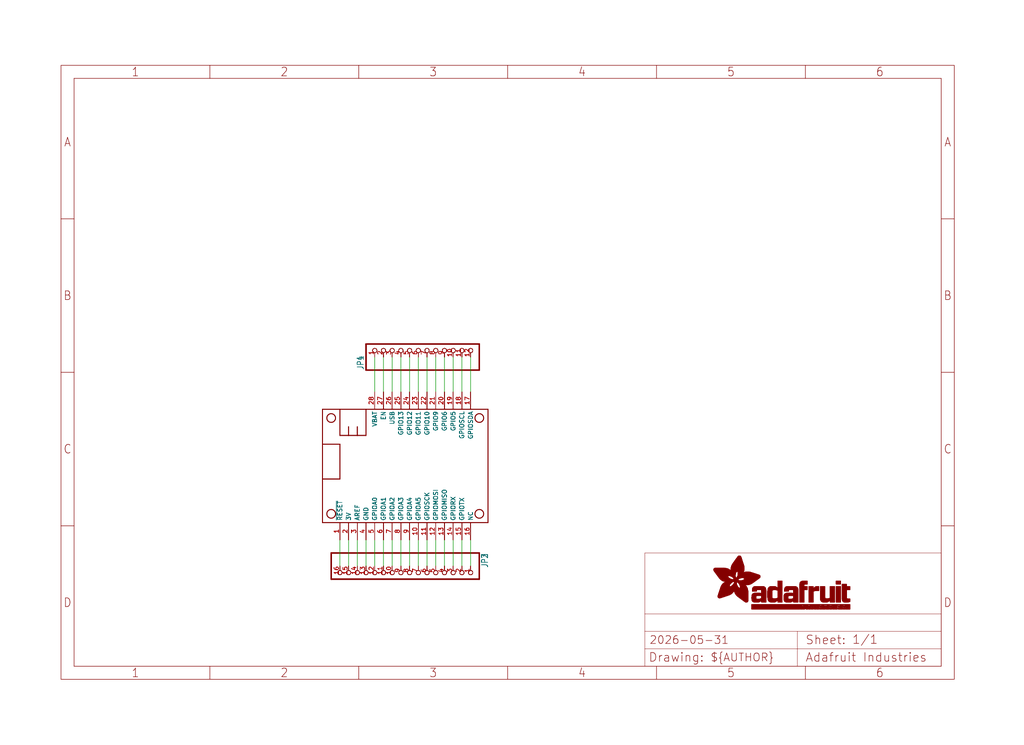
<source format=kicad_sch>
(kicad_sch (version 20230121) (generator eeschema)
  (paper "User" 298.45 217.322)
  (lib_symbols
    (symbol "working-eagle-import:FEATHERWING_NODIM"
      (symbol "FEATHERWING_NODIM_1_0"
        (pin input line (at 5.08 -5.08 90) (length 5.08) (name "~{RESET}") (number "1"))
        (pin bidirectional line (at 27.94 -5.08 90) (length 5.08) (name "GPIOA5") (number "10"))
        (pin bidirectional line (at 30.48 -5.08 90) (length 5.08) (name "GPIOSCK") (number "11"))
        (pin bidirectional line (at 33.02 -5.08 90) (length 5.08) (name "GPIOMOSI") (number "12"))
        (pin bidirectional line (at 35.56 -5.08 90) (length 5.08) (name "GPIOMISO") (number "13"))
        (pin bidirectional line (at 38.1 -5.08 90) (length 5.08) (name "GPIORX") (number "14"))
        (pin bidirectional line (at 40.64 -5.08 90) (length 5.08) (name "GPIOTX") (number "15"))
        (pin passive line (at 43.18 -5.08 90) (length 5.08) (name "NC") (number "16"))
        (pin bidirectional line (at 43.18 38.1 270) (length 5.08) (name "GPIOSDA") (number "17"))
        (pin bidirectional line (at 40.64 38.1 270) (length 5.08) (name "GPIOSCL") (number "18"))
        (pin bidirectional line (at 38.1 38.1 270) (length 5.08) (name "GPIO5") (number "19"))
        (pin power_in line (at 7.62 -5.08 90) (length 5.08) (name "3V") (number "2"))
        (pin bidirectional line (at 35.56 38.1 270) (length 5.08) (name "GPIO6") (number "20"))
        (pin bidirectional line (at 33.02 38.1 270) (length 5.08) (name "GPIO9") (number "21"))
        (pin bidirectional line (at 30.48 38.1 270) (length 5.08) (name "GPIO10") (number "22"))
        (pin bidirectional line (at 27.94 38.1 270) (length 5.08) (name "GPIO11") (number "23"))
        (pin bidirectional line (at 25.4 38.1 270) (length 5.08) (name "GPIO12") (number "24"))
        (pin bidirectional line (at 22.86 38.1 270) (length 5.08) (name "GPIO13") (number "25"))
        (pin power_in line (at 20.32 38.1 270) (length 5.08) (name "USB") (number "26"))
        (pin passive line (at 17.78 38.1 270) (length 5.08) (name "EN") (number "27"))
        (pin power_in line (at 15.24 38.1 270) (length 5.08) (name "VBAT") (number "28"))
        (pin passive line (at 10.16 -5.08 90) (length 5.08) (name "AREF") (number "3"))
        (pin power_in line (at 12.7 -5.08 90) (length 5.08) (name "GND") (number "4"))
        (pin bidirectional line (at 15.24 -5.08 90) (length 5.08) (name "GPIOA0") (number "5"))
        (pin bidirectional line (at 17.78 -5.08 90) (length 5.08) (name "GPIOA1") (number "6"))
        (pin bidirectional line (at 20.32 -5.08 90) (length 5.08) (name "GPIOA2") (number "7"))
        (pin bidirectional line (at 22.86 -5.08 90) (length 5.08) (name "GPIOA3") (number "8"))
        (pin bidirectional line (at 25.4 -5.08 90) (length 5.08) (name "GPIOA4") (number "9"))
      )
    )
    (symbol "working-eagle-import:FRAME_A4_ADAFRUIT"
      (symbol "FRAME_A4_ADAFRUIT_1_0"
        (text "${#}/${##}" (at 230.505 10.16 0) (effects (font (size 2.54 2.54)) (justify left bottom)))
        (text "${AUTHOR}" (at 189.23 5.08 0) (effects (font (size 2.286 2.286)) (justify left bottom)))
        (text "${CURRENT_DATE}" (at 171.45 10.16 0) (effects (font (size 2.286 2.286)) (justify left bottom)))
        (text "${PROJECTNAME}" (at 171.45 15.24 0) (effects (font (size 2.54 2.54)) (justify left bottom)))
        (text "1" (at 21.6958 1.905 0) (effects (font (size 2.54 2.286))))
        (text "1" (at 21.6958 177.165 0) (effects (font (size 2.54 2.286))))
        (text "2" (at 65.0875 1.905 0) (effects (font (size 2.54 2.286))))
        (text "2" (at 65.0875 177.165 0) (effects (font (size 2.54 2.286))))
        (text "3" (at 108.4792 1.905 0) (effects (font (size 2.54 2.286))))
        (text "3" (at 108.4792 177.165 0) (effects (font (size 2.54 2.286))))
        (text "4" (at 151.8708 1.905 0) (effects (font (size 2.54 2.286))))
        (text "4" (at 151.8708 177.165 0) (effects (font (size 2.54 2.286))))
        (text "5" (at 195.2625 1.905 0) (effects (font (size 2.54 2.286))))
        (text "5" (at 195.2625 177.165 0) (effects (font (size 2.54 2.286))))
        (text "6" (at 238.6542 1.905 0) (effects (font (size 2.54 2.286))))
        (text "6" (at 238.6542 177.165 0) (effects (font (size 2.54 2.286))))
        (text "A" (at 1.905 156.6863 0) (effects (font (size 2.54 2.286))))
        (text "A" (at 258.445 156.6863 0) (effects (font (size 2.54 2.286))))
        (text "Adafruit Industries" (at 216.916 4.953 0) (effects (font (size 2.54 2.54)) (justify left bottom)))
        (text "B" (at 1.905 111.9188 0) (effects (font (size 2.54 2.286))))
        (text "B" (at 258.445 111.9188 0) (effects (font (size 2.54 2.286))))
        (text "C" (at 1.905 67.1513 0) (effects (font (size 2.54 2.286))))
        (text "C" (at 258.445 67.1513 0) (effects (font (size 2.54 2.286))))
        (text "D" (at 1.905 22.3838 0) (effects (font (size 2.54 2.286))))
        (text "D" (at 258.445 22.3838 0) (effects (font (size 2.54 2.286))))
        (text "Drawing:" (at 171.196 4.953 0) (effects (font (size 2.54 2.54)) (justify left bottom)))
        (text "Sheet:" (at 216.916 10.033 0) (effects (font (size 2.54 2.54)) (justify left bottom)))
      )
    )
    (symbol "working-eagle-import:HEADER-1X1276MIL"
      (property "Reference" "JP" (at -6.35 18.415 0))
      (symbol "HEADER-1X1276MIL_1_0"
        (pin passive inverted (at -2.54 15.24 0) (length 2.54) (name "1") (number "1"))
        (pin passive inverted (at -2.54 -7.62 0) (length 2.54) (name "10") (number "10"))
        (pin passive inverted (at -2.54 -10.16 0) (length 2.54) (name "11") (number "11"))
        (pin passive inverted (at -2.54 -12.7 0) (length 2.54) (name "12") (number "12"))
        (pin passive inverted (at -2.54 12.7 0) (length 2.54) (name "2") (number "2"))
        (pin passive inverted (at -2.54 10.16 0) (length 2.54) (name "3") (number "3"))
        (pin passive inverted (at -2.54 7.62 0) (length 2.54) (name "4") (number "4"))
        (pin passive inverted (at -2.54 5.08 0) (length 2.54) (name "5") (number "5"))
        (pin passive inverted (at -2.54 2.54 0) (length 2.54) (name "6") (number "6"))
        (pin passive inverted (at -2.54 0 0) (length 2.54) (name "7") (number "7"))
        (pin passive inverted (at -2.54 -2.54 0) (length 2.54) (name "8") (number "8"))
        (pin passive inverted (at -2.54 -5.08 0) (length 2.54) (name "9") (number "9"))
      )
    )
    (symbol "working-eagle-import:HEADER-1X16_76MIL"
      (property "Reference" "JP" (at -6.35 20.955 0))
      (symbol "HEADER-1X16_76MIL_1_0"
        (pin passive inverted (at -2.54 17.78 0) (length 2.54) (name "1") (number "1"))
        (pin passive inverted (at -2.54 -5.08 0) (length 2.54) (name "10") (number "10"))
        (pin passive inverted (at -2.54 -7.62 0) (length 2.54) (name "11") (number "11"))
        (pin passive inverted (at -2.54 -10.16 0) (length 2.54) (name "12") (number "12"))
        (pin passive inverted (at -2.54 -12.7 0) (length 2.54) (name "13") (number "13"))
        (pin passive inverted (at -2.54 -15.24 0) (length 2.54) (name "14") (number "14"))
        (pin passive inverted (at -2.54 -17.78 0) (length 2.54) (name "15") (number "15"))
        (pin passive inverted (at -2.54 -20.32 0) (length 2.54) (name "16") (number "16"))
        (pin passive inverted (at -2.54 15.24 0) (length 2.54) (name "2") (number "2"))
        (pin passive inverted (at -2.54 12.7 0) (length 2.54) (name "3") (number "3"))
        (pin passive inverted (at -2.54 10.16 0) (length 2.54) (name "4") (number "4"))
        (pin passive inverted (at -2.54 7.62 0) (length 2.54) (name "5") (number "5"))
        (pin passive inverted (at -2.54 5.08 0) (length 2.54) (name "6") (number "6"))
        (pin passive inverted (at -2.54 2.54 0) (length 2.54) (name "7") (number "7"))
        (pin passive inverted (at -2.54 0 0) (length 2.54) (name "8") (number "8"))
        (pin passive inverted (at -2.54 -2.54 0) (length 2.54) (name "9") (number "9"))
      )
    )
  )
  (wire (pts (xy 121.92 104.14) (xy 121.92 114.3)) (stroke (width 0.1524)))
  (wire (pts (xy 124.46 104.14) (xy 124.46 114.3)) (stroke (width 0.1524)))
  (wire (pts (xy 114.3 104.14) (xy 114.3 114.3)) (stroke (width 0.1524)))
  (wire (pts (xy 109.22 157.48) (xy 109.22 165.1)) (stroke (width 0.1524)))
  (wire (pts (xy 106.68 157.48) (xy 106.68 165.1)) (stroke (width 0.1524)))
  (wire (pts (xy 134.62 104.14) (xy 134.62 114.3)) (stroke (width 0.1524)))
  (wire (pts (xy 121.92 157.48) (xy 121.92 165.1)) (stroke (width 0.1524)))
  (wire (pts (xy 124.46 157.48) (xy 124.46 165.1)) (stroke (width 0.1524)))
  (wire (pts (xy 109.22 104.14) (xy 109.22 114.3)) (stroke (width 0.1524)))
  (wire (pts (xy 101.6 157.48) (xy 101.6 165.1)) (stroke (width 0.1524)))
  (wire (pts (xy 127 104.14) (xy 127 114.3)) (stroke (width 0.1524)))
  (wire (pts (xy 116.84 157.48) (xy 116.84 165.1)) (stroke (width 0.1524)))
  (wire (pts (xy 111.76 157.48) (xy 111.76 165.1)) (stroke (width 0.1524)))
  (wire (pts (xy 129.54 104.14) (xy 129.54 114.3)) (stroke (width 0.1524)))
  (wire (pts (xy 116.84 104.14) (xy 116.84 114.3)) (stroke (width 0.1524)))
  (wire (pts (xy 137.16 157.48) (xy 137.16 165.1)) (stroke (width 0.1524)))
  (wire (pts (xy 127 157.48) (xy 127 165.1)) (stroke (width 0.1524)))
  (wire (pts (xy 132.08 157.48) (xy 132.08 165.1)) (stroke (width 0.1524)))
  (wire (pts (xy 137.16 104.14) (xy 137.16 114.3)) (stroke (width 0.1524)))
  (wire (pts (xy 99.06 157.48) (xy 99.06 165.1)) (stroke (width 0.1524)))
  (wire (pts (xy 104.14 157.48) (xy 104.14 165.1)) (stroke (width 0.1524)))
  (wire (pts (xy 119.38 104.14) (xy 119.38 114.3)) (stroke (width 0.1524)))
  (wire (pts (xy 132.08 104.14) (xy 132.08 114.3)) (stroke (width 0.1524)))
  (wire (pts (xy 119.38 157.48) (xy 119.38 165.1)) (stroke (width 0.1524)))
  (wire (pts (xy 134.62 157.48) (xy 134.62 165.1)) (stroke (width 0.1524)))
  (wire (pts (xy 111.76 104.14) (xy 111.76 114.3)) (stroke (width 0.1524)))
  (wire (pts (xy 129.54 157.48) (xy 129.54 165.1)) (stroke (width 0.1524)))
  (wire (pts (xy 114.3 157.48) (xy 114.3 165.1)) (stroke (width 0.1524)))
  (symbol (lib_id "working-eagle-import:HEADER-1X1276MIL") (at 124.46 101.6 90) (unit 1)
    (property "Reference" "JP1" (at 106.045 107.95 0) (effects (font (size 1.778 1.5113)) (justify left bottom)))
    (property "Value" "HEADER-1X1276MIL" (effects hide))
    (property "Footprint" "working:1X12_ROUND_76MIL" (effects hide))
  )
  (symbol (lib_id "working-eagle-import:FEATHERWING_NODIM") (at 93.98 152.4 0) (unit 1)
    (property "Reference" "MS2" (effects hide))
    (property "Value" "FEATHERWING_NODIM" (effects hide))
    (property "Footprint" "working:FEATHERWING_DIM" (effects hide))
  )
  (symbol (lib_id "working-eagle-import:HEADER-1X16_76MIL") (at 119.38 167.64 270) (unit 1)
    (property "Reference" "JP2" (at 140.335 161.29 0) (effects (font (size 1.778 1.5113)) (justify left bottom)))
    (property "Value" "HEADER-1X16_76MIL" (effects hide))
    (property "Footprint" "working:1X16_ROUND_76MIL" (effects hide))
  )
  (symbol (lib_id "working-eagle-import:HEADER-1X16_76MIL") (at 119.38 167.64 270) (unit 1)
    (property "Reference" "JP3" (at 140.335 161.29 0) (effects (font (size 1.778 1.5113)) (justify left bottom)))
    (property "Value" "HEADER-1X16_76MIL" (effects hide))
    (property "Footprint" "working:1X16_ROUND_76MIL" (effects hide))
  )
  (symbol (lib_id "working-eagle-import:HEADER-1X1276MIL") (at 124.46 101.6 90) (unit 1)
    (property "Reference" "JP4" (at 106.045 107.95 0) (effects (font (size 1.778 1.5113)) (justify left bottom)))
    (property "Value" "HEADER-1X1276MIL" (effects hide))
    (property "Footprint" "working:1X12_ROUND_76MIL" (effects hide))
  )
  (symbol (lib_id "working-eagle-import:FEATHERWING_NODIM") (at 93.98 152.4 0) (unit 1)
    (property "Reference" "MS1" (effects hide))
    (property "Value" "FEATHERWING_NODIM" (effects hide))
    (property "Footprint" "working:FEATHERWING_DIM" (effects hide))
  )
  (symbol (lib_id "working-eagle-import:FRAME_A4_ADAFRUIT") (at 17.78 198.12 0) (unit 1)
    (property "Reference" "#U$1" (effects hide))
    (property "Value" "FRAME_A4_ADAFRUIT" (effects hide))
  )
)
</source>
